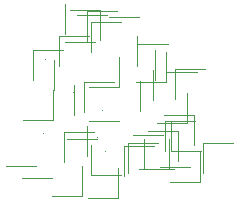
<source format=gbr>
G04 VLSI Layer: Metal Interconnects*
%FSLAX36Y36*%
%MOIN*%
G75*
G01*
%ADD13C,0.001*%
D13*
X786393Y272643D02*
X786393Y372643D01*
X886393Y372643D01*
X219146Y584240D02*
X219146Y684240D01*
X319146Y684240D01*
X445229Y715895D02*
X445229Y815895D01*
X345229Y815895D01*
X704201Y311993D02*
X704201Y411993D01*
X604201Y411993D01*
X401794Y711918D02*
X401794Y811918D01*
X501794Y811918D01*
X743628Y293310D02*
X743628Y293310D01*
X643628Y293310D01*
X755610Y366813D02*
X755610Y466813D01*
X655610Y466813D01*
X425836Y710265D02*
X425836Y710265D01*
X325836Y710265D01*
X652871Y399401D02*
X652871Y399401D01*
X552871Y399401D01*
X335233Y386673D02*
X335233Y386673D01*
X435233Y386673D01*
X356425Y567370D02*
X356425Y467370D01*
X356425Y467370D01*
X504081Y289628D02*
X504081Y189628D01*
X404081Y189628D01*
X674802Y385883D02*
X674802Y285883D01*
X574802Y285883D01*
X253485Y406140D02*
X253485Y406140D01*
X253485Y406140D01*
X285272Y257065D02*
X285272Y257065D01*
X185272Y257065D01*
X401128Y428678D02*
X401128Y328678D01*
X401128Y328678D01*
X618943Y517324D02*
X618943Y617324D01*
X618943Y617324D01*
X662364Y677137D02*
X662364Y577137D01*
X562364Y577137D01*
X574134Y794555D02*
X574134Y794555D01*
X474134Y794555D01*
X735342Y541089D02*
X735342Y441089D01*
X635342Y441089D01*
X506072Y447334D02*
X506072Y447334D01*
X406072Y447334D01*
X434126Y391468D02*
X434126Y391468D01*
X434126Y391468D01*
X460512Y345485D02*
X460512Y345485D01*
X460512Y345485D01*
X506653Y658229D02*
X506653Y558229D01*
X406653Y558229D01*
X384042Y297621D02*
X384042Y197621D01*
X284042Y197621D01*
X679195Y445634D02*
X679195Y345634D01*
X779195Y345634D01*
X413382Y675556D02*
X413382Y775556D01*
X513382Y775556D01*
X352772Y542993D02*
X352772Y542993D01*
X352772Y542993D01*
X230036Y295477D02*
X230036Y295477D01*
X130036Y295477D01*
X286521Y548387D02*
X286521Y448387D01*
X186521Y448387D01*
X670268Y701763D02*
X670268Y701763D01*
X570268Y701763D01*
X327010Y734741D02*
X327010Y834741D01*
X327010Y834741D01*
X775925Y343671D02*
X775925Y243671D01*
X675925Y243671D01*
X451256Y483924D02*
X451256Y483924D01*
X451256Y483924D01*
X324652Y308329D02*
X324652Y408329D01*
X424652Y408329D01*
X566653Y729473D02*
X566653Y629473D01*
X566653Y629473D01*
X524616Y264530D02*
X524616Y364530D01*
X624616Y364530D01*
X467588Y799324D02*
X467588Y799324D01*
X367588Y799324D01*
X391147Y475296D02*
X391147Y575296D01*
X491147Y575296D01*
X589527Y385075D02*
X589527Y285075D01*
X689527Y285075D01*
X628285Y683244D02*
X628285Y583244D01*
X628285Y583244D01*
X536993Y274330D02*
X536993Y374330D01*
X636993Y374330D01*
X578570Y480870D02*
X578570Y580870D01*
X578570Y580870D01*
X261315Y652018D02*
X261315Y652018D01*
X261315Y652018D01*
X692550Y518405D02*
X692550Y618405D01*
X792550Y618405D01*
X660050Y346008D02*
X660050Y446008D01*
X760050Y446008D01*
X308278Y629684D02*
X308278Y729684D01*
X408278Y729684D01*
X766522Y610844D02*
X766522Y610844D01*
X666522Y610844D01*
X292028Y551075D02*
X292028Y651075D01*
X292028Y651075D01*
X415362Y366551D02*
X415362Y266551D01*
X515362Y266551D01*
M02*

</source>
